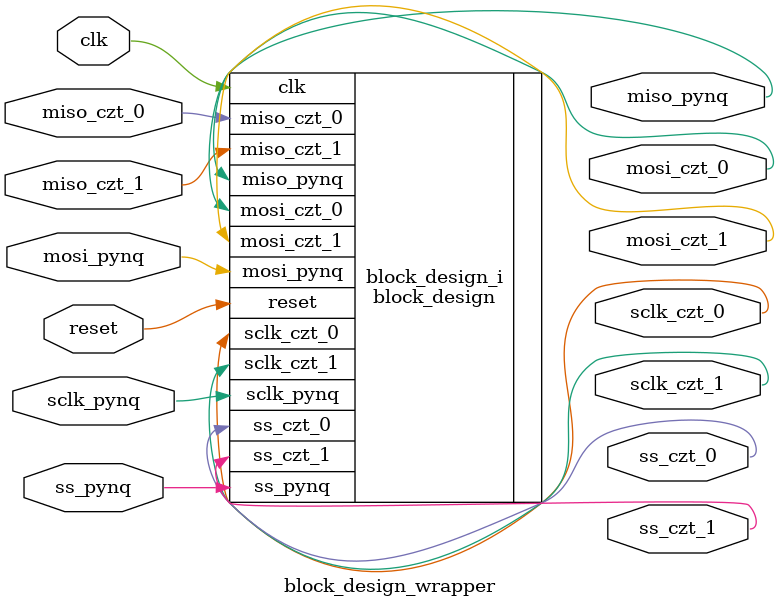
<source format=v>
`timescale 1 ps / 1 ps

module block_design_wrapper
   (clk,
    miso_czt_0,
    miso_czt_1,
    miso_pynq,
    mosi_czt_0,
    mosi_czt_1,
    mosi_pynq,
    reset,
    sclk_czt_0,
    sclk_czt_1,
    sclk_pynq,
    ss_czt_0,
    ss_czt_1,
    ss_pynq);
  input clk;
  input miso_czt_0;
  input miso_czt_1;
  output miso_pynq;
  output mosi_czt_0;
  output mosi_czt_1;
  input mosi_pynq;
  input reset;
  output sclk_czt_0;
  output sclk_czt_1;
  input sclk_pynq;
  output ss_czt_0;
  output ss_czt_1;
  input ss_pynq;

  wire clk;
  wire miso_czt_0;
  wire miso_czt_1;
  wire miso_pynq;
  wire mosi_czt_0;
  wire mosi_czt_1;
  wire mosi_pynq;
  wire reset;
  wire sclk_czt_0;
  wire sclk_czt_1;
  wire sclk_pynq;
  wire ss_czt_0;
  wire ss_czt_1;
  wire ss_pynq;

  block_design block_design_i
       (.clk(clk),
        .miso_czt_0(miso_czt_0),
        .miso_czt_1(miso_czt_1),
        .miso_pynq(miso_pynq),
        .mosi_czt_0(mosi_czt_0),
        .mosi_czt_1(mosi_czt_1),
        .mosi_pynq(mosi_pynq),
        .reset(reset),
        .sclk_czt_0(sclk_czt_0),
        .sclk_czt_1(sclk_czt_1),
        .sclk_pynq(sclk_pynq),
        .ss_czt_0(ss_czt_0),
        .ss_czt_1(ss_czt_1),
        .ss_pynq(ss_pynq));
endmodule

</source>
